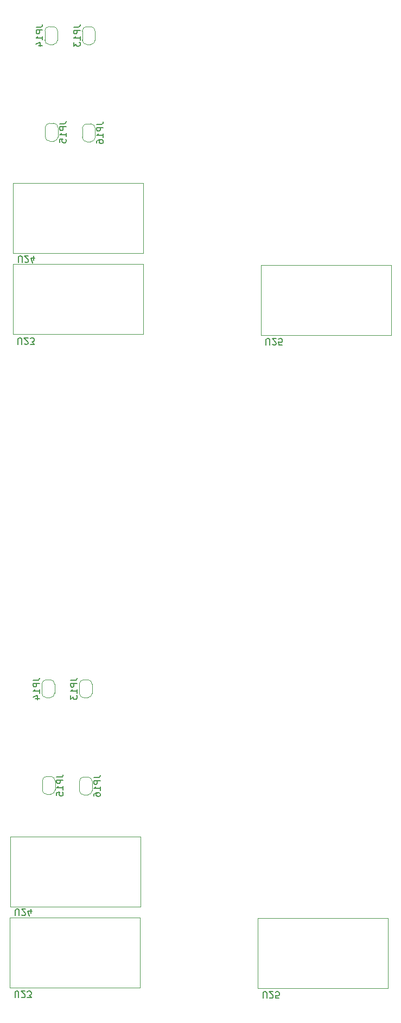
<source format=gbr>
%TF.GenerationSoftware,KiCad,Pcbnew,6.0.7-f9a2dced07~116~ubuntu20.04.1*%
%TF.CreationDate,2022-11-23T13:06:43+01:00*%
%TF.ProjectId,board,626f6172-642e-46b6-9963-61645f706362,rev?*%
%TF.SameCoordinates,Original*%
%TF.FileFunction,Legend,Bot*%
%TF.FilePolarity,Positive*%
%FSLAX46Y46*%
G04 Gerber Fmt 4.6, Leading zero omitted, Abs format (unit mm)*
G04 Created by KiCad (PCBNEW 6.0.7-f9a2dced07~116~ubuntu20.04.1) date 2022-11-23 13:06:43*
%MOMM*%
%LPD*%
G01*
G04 APERTURE LIST*
%ADD10C,0.150000*%
%ADD11C,0.120000*%
G04 APERTURE END LIST*
D10*
%TO.C,JP13*%
X156911880Y-67067976D02*
X157626166Y-67067976D01*
X157769023Y-67020357D01*
X157864261Y-66925119D01*
X157911880Y-66782261D01*
X157911880Y-66687023D01*
X157911880Y-67544166D02*
X156911880Y-67544166D01*
X156911880Y-67925119D01*
X156959500Y-68020357D01*
X157007119Y-68067976D01*
X157102357Y-68115595D01*
X157245214Y-68115595D01*
X157340452Y-68067976D01*
X157388071Y-68020357D01*
X157435690Y-67925119D01*
X157435690Y-67544166D01*
X157911880Y-69067976D02*
X157911880Y-68496547D01*
X157911880Y-68782261D02*
X156911880Y-68782261D01*
X157054738Y-68687023D01*
X157149976Y-68591785D01*
X157197595Y-68496547D01*
X156911880Y-69401309D02*
X156911880Y-70020357D01*
X157292833Y-69687023D01*
X157292833Y-69829880D01*
X157340452Y-69925119D01*
X157388071Y-69972738D01*
X157483309Y-70020357D01*
X157721404Y-70020357D01*
X157816642Y-69972738D01*
X157864261Y-69925119D01*
X157911880Y-69829880D01*
X157911880Y-69544166D01*
X157864261Y-69448928D01*
X157816642Y-69401309D01*
%TO.C,JP14*%
X151061880Y-67057976D02*
X151776166Y-67057976D01*
X151919023Y-67010357D01*
X152014261Y-66915119D01*
X152061880Y-66772261D01*
X152061880Y-66677023D01*
X152061880Y-67534166D02*
X151061880Y-67534166D01*
X151061880Y-67915119D01*
X151109500Y-68010357D01*
X151157119Y-68057976D01*
X151252357Y-68105595D01*
X151395214Y-68105595D01*
X151490452Y-68057976D01*
X151538071Y-68010357D01*
X151585690Y-67915119D01*
X151585690Y-67534166D01*
X152061880Y-69057976D02*
X152061880Y-68486547D01*
X152061880Y-68772261D02*
X151061880Y-68772261D01*
X151204738Y-68677023D01*
X151299976Y-68581785D01*
X151347595Y-68486547D01*
X151395214Y-69915119D02*
X152061880Y-69915119D01*
X151014261Y-69677023D02*
X151728547Y-69438928D01*
X151728547Y-70057976D01*
%TO.C,JP16*%
X160521880Y-82217976D02*
X161236166Y-82217976D01*
X161379023Y-82170357D01*
X161474261Y-82075119D01*
X161521880Y-81932261D01*
X161521880Y-81837023D01*
X161521880Y-82694166D02*
X160521880Y-82694166D01*
X160521880Y-83075119D01*
X160569500Y-83170357D01*
X160617119Y-83217976D01*
X160712357Y-83265595D01*
X160855214Y-83265595D01*
X160950452Y-83217976D01*
X160998071Y-83170357D01*
X161045690Y-83075119D01*
X161045690Y-82694166D01*
X161521880Y-84217976D02*
X161521880Y-83646547D01*
X161521880Y-83932261D02*
X160521880Y-83932261D01*
X160664738Y-83837023D01*
X160759976Y-83741785D01*
X160807595Y-83646547D01*
X160521880Y-85075119D02*
X160521880Y-84884642D01*
X160569500Y-84789404D01*
X160617119Y-84741785D01*
X160759976Y-84646547D01*
X160950452Y-84598928D01*
X161331404Y-84598928D01*
X161426642Y-84646547D01*
X161474261Y-84694166D01*
X161521880Y-84789404D01*
X161521880Y-84979880D01*
X161474261Y-85075119D01*
X161426642Y-85122738D01*
X161331404Y-85170357D01*
X161093309Y-85170357D01*
X160998071Y-85122738D01*
X160950452Y-85075119D01*
X160902833Y-84979880D01*
X160902833Y-84789404D01*
X160950452Y-84694166D01*
X160998071Y-84646547D01*
X161093309Y-84598928D01*
%TO.C,JP13*%
X156448380Y-168860476D02*
X157162666Y-168860476D01*
X157305523Y-168812857D01*
X157400761Y-168717619D01*
X157448380Y-168574761D01*
X157448380Y-168479523D01*
X157448380Y-169336666D02*
X156448380Y-169336666D01*
X156448380Y-169717619D01*
X156496000Y-169812857D01*
X156543619Y-169860476D01*
X156638857Y-169908095D01*
X156781714Y-169908095D01*
X156876952Y-169860476D01*
X156924571Y-169812857D01*
X156972190Y-169717619D01*
X156972190Y-169336666D01*
X157448380Y-170860476D02*
X157448380Y-170289047D01*
X157448380Y-170574761D02*
X156448380Y-170574761D01*
X156591238Y-170479523D01*
X156686476Y-170384285D01*
X156734095Y-170289047D01*
X156448380Y-171193809D02*
X156448380Y-171812857D01*
X156829333Y-171479523D01*
X156829333Y-171622380D01*
X156876952Y-171717619D01*
X156924571Y-171765238D01*
X157019809Y-171812857D01*
X157257904Y-171812857D01*
X157353142Y-171765238D01*
X157400761Y-171717619D01*
X157448380Y-171622380D01*
X157448380Y-171336666D01*
X157400761Y-171241428D01*
X157353142Y-171193809D01*
%TO.C,U24*%
X148283404Y-103733119D02*
X148283404Y-102923595D01*
X148331023Y-102828357D01*
X148378642Y-102780738D01*
X148473880Y-102733119D01*
X148664357Y-102733119D01*
X148759595Y-102780738D01*
X148807214Y-102828357D01*
X148854833Y-102923595D01*
X148854833Y-103733119D01*
X149283404Y-103637880D02*
X149331023Y-103685500D01*
X149426261Y-103733119D01*
X149664357Y-103733119D01*
X149759595Y-103685500D01*
X149807214Y-103637880D01*
X149854833Y-103542642D01*
X149854833Y-103447404D01*
X149807214Y-103304547D01*
X149235785Y-102733119D01*
X149854833Y-102733119D01*
X150711976Y-103399785D02*
X150711976Y-102733119D01*
X150473880Y-103780738D02*
X150235785Y-103066452D01*
X150854833Y-103066452D01*
%TO.C,U25*%
X186933404Y-116602119D02*
X186933404Y-115792595D01*
X186981023Y-115697357D01*
X187028642Y-115649738D01*
X187123880Y-115602119D01*
X187314357Y-115602119D01*
X187409595Y-115649738D01*
X187457214Y-115697357D01*
X187504833Y-115792595D01*
X187504833Y-116602119D01*
X187933404Y-116506880D02*
X187981023Y-116554500D01*
X188076261Y-116602119D01*
X188314357Y-116602119D01*
X188409595Y-116554500D01*
X188457214Y-116506880D01*
X188504833Y-116411642D01*
X188504833Y-116316404D01*
X188457214Y-116173547D01*
X187885785Y-115602119D01*
X188504833Y-115602119D01*
X189409595Y-116602119D02*
X188933404Y-116602119D01*
X188885785Y-116125928D01*
X188933404Y-116173547D01*
X189028642Y-116221166D01*
X189266738Y-116221166D01*
X189361976Y-116173547D01*
X189409595Y-116125928D01*
X189457214Y-116030690D01*
X189457214Y-115792595D01*
X189409595Y-115697357D01*
X189361976Y-115649738D01*
X189266738Y-115602119D01*
X189028642Y-115602119D01*
X188933404Y-115649738D01*
X188885785Y-115697357D01*
%TO.C,JP15*%
X154731880Y-82127976D02*
X155446166Y-82127976D01*
X155589023Y-82080357D01*
X155684261Y-81985119D01*
X155731880Y-81842261D01*
X155731880Y-81747023D01*
X155731880Y-82604166D02*
X154731880Y-82604166D01*
X154731880Y-82985119D01*
X154779500Y-83080357D01*
X154827119Y-83127976D01*
X154922357Y-83175595D01*
X155065214Y-83175595D01*
X155160452Y-83127976D01*
X155208071Y-83080357D01*
X155255690Y-82985119D01*
X155255690Y-82604166D01*
X155731880Y-84127976D02*
X155731880Y-83556547D01*
X155731880Y-83842261D02*
X154731880Y-83842261D01*
X154874738Y-83747023D01*
X154969976Y-83651785D01*
X155017595Y-83556547D01*
X154731880Y-85032738D02*
X154731880Y-84556547D01*
X155208071Y-84508928D01*
X155160452Y-84556547D01*
X155112833Y-84651785D01*
X155112833Y-84889880D01*
X155160452Y-84985119D01*
X155208071Y-85032738D01*
X155303309Y-85080357D01*
X155541404Y-85080357D01*
X155636642Y-85032738D01*
X155684261Y-84985119D01*
X155731880Y-84889880D01*
X155731880Y-84651785D01*
X155684261Y-84556547D01*
X155636642Y-84508928D01*
%TO.C,U24*%
X147819904Y-205525619D02*
X147819904Y-204716095D01*
X147867523Y-204620857D01*
X147915142Y-204573238D01*
X148010380Y-204525619D01*
X148200857Y-204525619D01*
X148296095Y-204573238D01*
X148343714Y-204620857D01*
X148391333Y-204716095D01*
X148391333Y-205525619D01*
X148819904Y-205430380D02*
X148867523Y-205478000D01*
X148962761Y-205525619D01*
X149200857Y-205525619D01*
X149296095Y-205478000D01*
X149343714Y-205430380D01*
X149391333Y-205335142D01*
X149391333Y-205239904D01*
X149343714Y-205097047D01*
X148772285Y-204525619D01*
X149391333Y-204525619D01*
X150248476Y-205192285D02*
X150248476Y-204525619D01*
X150010380Y-205573238D02*
X149772285Y-204858952D01*
X150391333Y-204858952D01*
%TO.C,U23*%
X148229404Y-116513119D02*
X148229404Y-115703595D01*
X148277023Y-115608357D01*
X148324642Y-115560738D01*
X148419880Y-115513119D01*
X148610357Y-115513119D01*
X148705595Y-115560738D01*
X148753214Y-115608357D01*
X148800833Y-115703595D01*
X148800833Y-116513119D01*
X149229404Y-116417880D02*
X149277023Y-116465500D01*
X149372261Y-116513119D01*
X149610357Y-116513119D01*
X149705595Y-116465500D01*
X149753214Y-116417880D01*
X149800833Y-116322642D01*
X149800833Y-116227404D01*
X149753214Y-116084547D01*
X149181785Y-115513119D01*
X149800833Y-115513119D01*
X150134166Y-116513119D02*
X150753214Y-116513119D01*
X150419880Y-116132166D01*
X150562738Y-116132166D01*
X150657976Y-116084547D01*
X150705595Y-116036928D01*
X150753214Y-115941690D01*
X150753214Y-115703595D01*
X150705595Y-115608357D01*
X150657976Y-115560738D01*
X150562738Y-115513119D01*
X150277023Y-115513119D01*
X150181785Y-115560738D01*
X150134166Y-115608357D01*
%TO.C,U25*%
X186469904Y-218394619D02*
X186469904Y-217585095D01*
X186517523Y-217489857D01*
X186565142Y-217442238D01*
X186660380Y-217394619D01*
X186850857Y-217394619D01*
X186946095Y-217442238D01*
X186993714Y-217489857D01*
X187041333Y-217585095D01*
X187041333Y-218394619D01*
X187469904Y-218299380D02*
X187517523Y-218347000D01*
X187612761Y-218394619D01*
X187850857Y-218394619D01*
X187946095Y-218347000D01*
X187993714Y-218299380D01*
X188041333Y-218204142D01*
X188041333Y-218108904D01*
X187993714Y-217966047D01*
X187422285Y-217394619D01*
X188041333Y-217394619D01*
X188946095Y-218394619D02*
X188469904Y-218394619D01*
X188422285Y-217918428D01*
X188469904Y-217966047D01*
X188565142Y-218013666D01*
X188803238Y-218013666D01*
X188898476Y-217966047D01*
X188946095Y-217918428D01*
X188993714Y-217823190D01*
X188993714Y-217585095D01*
X188946095Y-217489857D01*
X188898476Y-217442238D01*
X188803238Y-217394619D01*
X188565142Y-217394619D01*
X188469904Y-217442238D01*
X188422285Y-217489857D01*
%TO.C,JP15*%
X154268380Y-183920476D02*
X154982666Y-183920476D01*
X155125523Y-183872857D01*
X155220761Y-183777619D01*
X155268380Y-183634761D01*
X155268380Y-183539523D01*
X155268380Y-184396666D02*
X154268380Y-184396666D01*
X154268380Y-184777619D01*
X154316000Y-184872857D01*
X154363619Y-184920476D01*
X154458857Y-184968095D01*
X154601714Y-184968095D01*
X154696952Y-184920476D01*
X154744571Y-184872857D01*
X154792190Y-184777619D01*
X154792190Y-184396666D01*
X155268380Y-185920476D02*
X155268380Y-185349047D01*
X155268380Y-185634761D02*
X154268380Y-185634761D01*
X154411238Y-185539523D01*
X154506476Y-185444285D01*
X154554095Y-185349047D01*
X154268380Y-186825238D02*
X154268380Y-186349047D01*
X154744571Y-186301428D01*
X154696952Y-186349047D01*
X154649333Y-186444285D01*
X154649333Y-186682380D01*
X154696952Y-186777619D01*
X154744571Y-186825238D01*
X154839809Y-186872857D01*
X155077904Y-186872857D01*
X155173142Y-186825238D01*
X155220761Y-186777619D01*
X155268380Y-186682380D01*
X155268380Y-186444285D01*
X155220761Y-186349047D01*
X155173142Y-186301428D01*
%TO.C,JP14*%
X150598380Y-168850476D02*
X151312666Y-168850476D01*
X151455523Y-168802857D01*
X151550761Y-168707619D01*
X151598380Y-168564761D01*
X151598380Y-168469523D01*
X151598380Y-169326666D02*
X150598380Y-169326666D01*
X150598380Y-169707619D01*
X150646000Y-169802857D01*
X150693619Y-169850476D01*
X150788857Y-169898095D01*
X150931714Y-169898095D01*
X151026952Y-169850476D01*
X151074571Y-169802857D01*
X151122190Y-169707619D01*
X151122190Y-169326666D01*
X151598380Y-170850476D02*
X151598380Y-170279047D01*
X151598380Y-170564761D02*
X150598380Y-170564761D01*
X150741238Y-170469523D01*
X150836476Y-170374285D01*
X150884095Y-170279047D01*
X150931714Y-171707619D02*
X151598380Y-171707619D01*
X150550761Y-171469523D02*
X151265047Y-171231428D01*
X151265047Y-171850476D01*
%TO.C,U23*%
X147765904Y-218305619D02*
X147765904Y-217496095D01*
X147813523Y-217400857D01*
X147861142Y-217353238D01*
X147956380Y-217305619D01*
X148146857Y-217305619D01*
X148242095Y-217353238D01*
X148289714Y-217400857D01*
X148337333Y-217496095D01*
X148337333Y-218305619D01*
X148765904Y-218210380D02*
X148813523Y-218258000D01*
X148908761Y-218305619D01*
X149146857Y-218305619D01*
X149242095Y-218258000D01*
X149289714Y-218210380D01*
X149337333Y-218115142D01*
X149337333Y-218019904D01*
X149289714Y-217877047D01*
X148718285Y-217305619D01*
X149337333Y-217305619D01*
X149670666Y-218305619D02*
X150289714Y-218305619D01*
X149956380Y-217924666D01*
X150099238Y-217924666D01*
X150194476Y-217877047D01*
X150242095Y-217829428D01*
X150289714Y-217734190D01*
X150289714Y-217496095D01*
X150242095Y-217400857D01*
X150194476Y-217353238D01*
X150099238Y-217305619D01*
X149813523Y-217305619D01*
X149718285Y-217353238D01*
X149670666Y-217400857D01*
%TO.C,JP16*%
X160058380Y-184010476D02*
X160772666Y-184010476D01*
X160915523Y-183962857D01*
X161010761Y-183867619D01*
X161058380Y-183724761D01*
X161058380Y-183629523D01*
X161058380Y-184486666D02*
X160058380Y-184486666D01*
X160058380Y-184867619D01*
X160106000Y-184962857D01*
X160153619Y-185010476D01*
X160248857Y-185058095D01*
X160391714Y-185058095D01*
X160486952Y-185010476D01*
X160534571Y-184962857D01*
X160582190Y-184867619D01*
X160582190Y-184486666D01*
X161058380Y-186010476D02*
X161058380Y-185439047D01*
X161058380Y-185724761D02*
X160058380Y-185724761D01*
X160201238Y-185629523D01*
X160296476Y-185534285D01*
X160344095Y-185439047D01*
X160058380Y-186867619D02*
X160058380Y-186677142D01*
X160106000Y-186581904D01*
X160153619Y-186534285D01*
X160296476Y-186439047D01*
X160486952Y-186391428D01*
X160867904Y-186391428D01*
X160963142Y-186439047D01*
X161010761Y-186486666D01*
X161058380Y-186581904D01*
X161058380Y-186772380D01*
X161010761Y-186867619D01*
X160963142Y-186915238D01*
X160867904Y-186962857D01*
X160629809Y-186962857D01*
X160534571Y-186915238D01*
X160486952Y-186867619D01*
X160439333Y-186772380D01*
X160439333Y-186581904D01*
X160486952Y-186486666D01*
X160534571Y-186439047D01*
X160629809Y-186391428D01*
D11*
%TO.C,JP13*%
X158259500Y-69077500D02*
G75*
G03*
X158959500Y-69777500I700000J0D01*
G01*
X159559500Y-69777500D02*
G75*
G03*
X160259500Y-69077500I0J700000D01*
G01*
X160259500Y-67677500D02*
G75*
G03*
X159559500Y-66977500I-699999J1D01*
G01*
X158959500Y-66977500D02*
G75*
G03*
X158259500Y-67677500I-1J-699999D01*
G01*
X160259500Y-69077500D02*
X160259500Y-67677500D01*
X158959500Y-69777500D02*
X159559500Y-69777500D01*
X158259500Y-67677500D02*
X158259500Y-69077500D01*
X159559500Y-66977500D02*
X158959500Y-66977500D01*
%TO.C,JP14*%
X153709500Y-69767500D02*
G75*
G03*
X154409500Y-69067500I0J700000D01*
G01*
X154409500Y-67667500D02*
G75*
G03*
X153709500Y-66967500I-699999J1D01*
G01*
X153109500Y-66967500D02*
G75*
G03*
X152409500Y-67667500I-1J-699999D01*
G01*
X152409500Y-69067500D02*
G75*
G03*
X153109500Y-69767500I700000J0D01*
G01*
X153109500Y-69767500D02*
X153709500Y-69767500D01*
X153709500Y-66967500D02*
X153109500Y-66967500D01*
X154409500Y-69067500D02*
X154409500Y-67667500D01*
X152409500Y-67667500D02*
X152409500Y-69067500D01*
%TO.C,JP16*%
X158269500Y-84227500D02*
G75*
G03*
X158969500Y-84927500I699999J-1D01*
G01*
X159569500Y-84927500D02*
G75*
G03*
X160269500Y-84227500I1J699999D01*
G01*
X160269500Y-82827500D02*
G75*
G03*
X159569500Y-82127500I-700000J0D01*
G01*
X158969500Y-82127500D02*
G75*
G03*
X158269500Y-82827500I0J-700000D01*
G01*
X159569500Y-82127500D02*
X158969500Y-82127500D01*
X158269500Y-82827500D02*
X158269500Y-84227500D01*
X160269500Y-84227500D02*
X160269500Y-82827500D01*
X158969500Y-84927500D02*
X159569500Y-84927500D01*
%TO.C,JP13*%
X158496000Y-171570000D02*
X159096000Y-171570000D01*
X159096000Y-168770000D02*
X158496000Y-168770000D01*
X159796000Y-170870000D02*
X159796000Y-169470000D01*
X157796000Y-169470000D02*
X157796000Y-170870000D01*
X157796000Y-170870000D02*
G75*
G03*
X158496000Y-171570000I700000J0D01*
G01*
X159796000Y-169470000D02*
G75*
G03*
X159096000Y-168770000I-699999J1D01*
G01*
X159096000Y-171570000D02*
G75*
G03*
X159796000Y-170870000I0J700000D01*
G01*
X158496000Y-168770000D02*
G75*
G03*
X157796000Y-169470000I-1J-699999D01*
G01*
%TO.C,U24*%
X147489500Y-102328500D02*
X167809500Y-102328500D01*
X167809500Y-102328500D02*
X167809500Y-91406500D01*
X167809500Y-91406500D02*
X147489500Y-91406500D01*
X147489500Y-91406500D02*
X147489500Y-102328500D01*
%TO.C,U25*%
X186139500Y-115038500D02*
X206459500Y-115038500D01*
X206459500Y-115038500D02*
X206459500Y-104116500D01*
X206459500Y-104116500D02*
X186139500Y-104116500D01*
X186139500Y-104116500D02*
X186139500Y-115038500D01*
%TO.C,JP15*%
X153179500Y-82037500D02*
G75*
G03*
X152479500Y-82737500I0J-700000D01*
G01*
X154479500Y-82737500D02*
G75*
G03*
X153779500Y-82037500I-700000J0D01*
G01*
X153779500Y-84837500D02*
G75*
G03*
X154479500Y-84137500I1J699999D01*
G01*
X152479500Y-84137500D02*
G75*
G03*
X153179500Y-84837500I699999J-1D01*
G01*
X153779500Y-82037500D02*
X153179500Y-82037500D01*
X153179500Y-84837500D02*
X153779500Y-84837500D01*
X154479500Y-84137500D02*
X154479500Y-82737500D01*
X152479500Y-82737500D02*
X152479500Y-84137500D01*
%TO.C,U24*%
X147026000Y-204121000D02*
X167346000Y-204121000D01*
X167346000Y-204121000D02*
X167346000Y-193199000D01*
X167346000Y-193199000D02*
X147026000Y-193199000D01*
X147026000Y-193199000D02*
X147026000Y-204121000D01*
%TO.C,U23*%
X147435500Y-114949500D02*
X167755500Y-114949500D01*
X167755500Y-114949500D02*
X167755500Y-104027500D01*
X167755500Y-104027500D02*
X147435500Y-104027500D01*
X147435500Y-104027500D02*
X147435500Y-114949500D01*
%TO.C,U25*%
X185676000Y-216831000D02*
X205996000Y-216831000D01*
X205996000Y-216831000D02*
X205996000Y-205909000D01*
X205996000Y-205909000D02*
X185676000Y-205909000D01*
X185676000Y-205909000D02*
X185676000Y-216831000D01*
%TO.C,JP15*%
X152716000Y-186630000D02*
X153316000Y-186630000D01*
X154016000Y-185930000D02*
X154016000Y-184530000D01*
X152016000Y-184530000D02*
X152016000Y-185930000D01*
X153316000Y-183830000D02*
X152716000Y-183830000D01*
X153316000Y-186630000D02*
G75*
G03*
X154016000Y-185930000I1J699999D01*
G01*
X152016000Y-185930000D02*
G75*
G03*
X152716000Y-186630000I699999J-1D01*
G01*
X154016000Y-184530000D02*
G75*
G03*
X153316000Y-183830000I-700000J0D01*
G01*
X152716000Y-183830000D02*
G75*
G03*
X152016000Y-184530000I0J-700000D01*
G01*
%TO.C,JP14*%
X151946000Y-169460000D02*
X151946000Y-170860000D01*
X153946000Y-170860000D02*
X153946000Y-169460000D01*
X153246000Y-168760000D02*
X152646000Y-168760000D01*
X152646000Y-171560000D02*
X153246000Y-171560000D01*
X151946000Y-170860000D02*
G75*
G03*
X152646000Y-171560000I700000J0D01*
G01*
X152646000Y-168760000D02*
G75*
G03*
X151946000Y-169460000I-1J-699999D01*
G01*
X153246000Y-171560000D02*
G75*
G03*
X153946000Y-170860000I0J700000D01*
G01*
X153946000Y-169460000D02*
G75*
G03*
X153246000Y-168760000I-699999J1D01*
G01*
%TO.C,U23*%
X146972000Y-216742000D02*
X167292000Y-216742000D01*
X167292000Y-216742000D02*
X167292000Y-205820000D01*
X167292000Y-205820000D02*
X146972000Y-205820000D01*
X146972000Y-205820000D02*
X146972000Y-216742000D01*
%TO.C,JP16*%
X158506000Y-186720000D02*
X159106000Y-186720000D01*
X159106000Y-183920000D02*
X158506000Y-183920000D01*
X159806000Y-186020000D02*
X159806000Y-184620000D01*
X157806000Y-184620000D02*
X157806000Y-186020000D01*
X159106000Y-186720000D02*
G75*
G03*
X159806000Y-186020000I1J699999D01*
G01*
X159806000Y-184620000D02*
G75*
G03*
X159106000Y-183920000I-700000J0D01*
G01*
X157806000Y-186020000D02*
G75*
G03*
X158506000Y-186720000I699999J-1D01*
G01*
X158506000Y-183920000D02*
G75*
G03*
X157806000Y-184620000I0J-700000D01*
G01*
%TD*%
M02*

</source>
